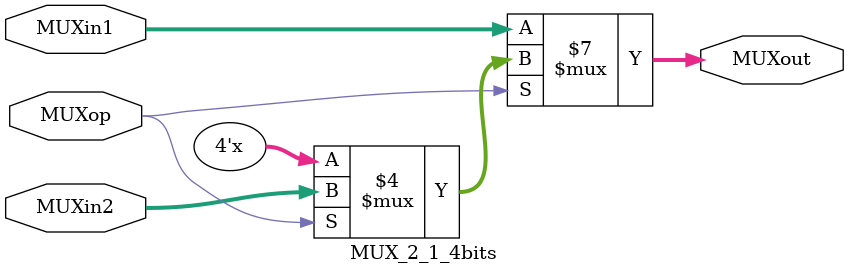
<source format=v>
module MUX_2_1_4bits
(
	input [WIDTH-1:0] MUXin1,
	input [WIDTH-1:0] MUXin2,
	input MUXop,
	output reg [WIDTH-1:0] MUXout
);
parameter WIDTH=4;

	always@(*)
		if(MUXop==0)
			MUXout<=MUXin1;
		else if(MUXop==1)
			MUXout<=MUXin2;
			
endmodule 
</source>
